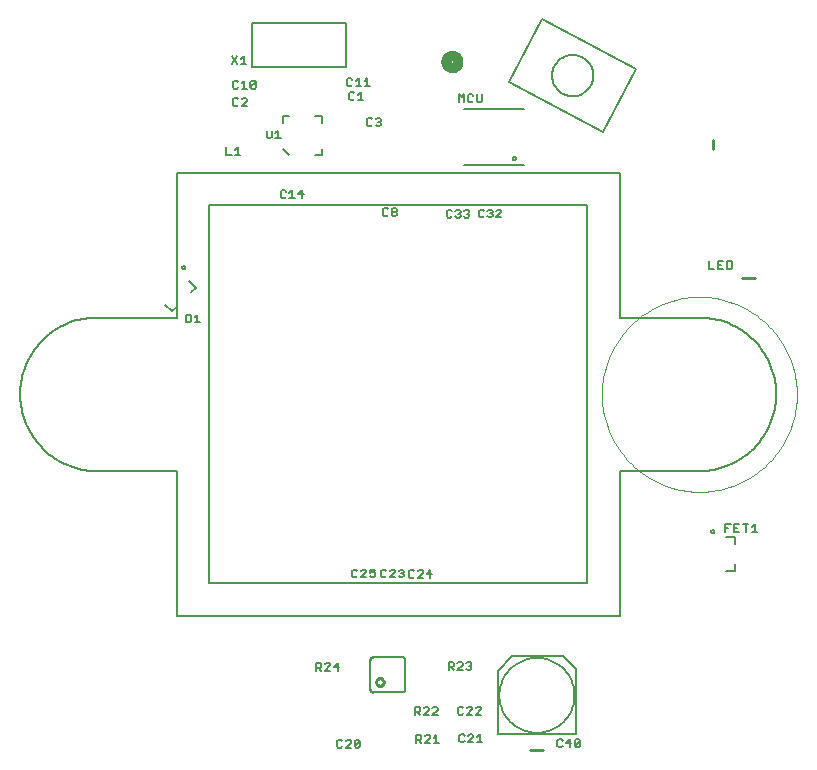
<source format=gto>
G75*
%MOIN*%
%OFA0B0*%
%FSLAX24Y24*%
%IPPOS*%
%LPD*%
%AMOC8*
5,1,8,0,0,1.08239X$1,22.5*
%
%ADD10C,0.0320*%
%ADD11C,0.0100*%
%ADD12C,0.0060*%
%ADD13C,0.0080*%
%ADD14C,0.0039*%
%ADD15C,0.0050*%
%ADD16C,0.0006*%
D10*
X015570Y025036D02*
X015572Y025063D01*
X015578Y025090D01*
X015587Y025116D01*
X015600Y025140D01*
X015616Y025163D01*
X015635Y025182D01*
X015657Y025199D01*
X015681Y025213D01*
X015706Y025223D01*
X015733Y025230D01*
X015760Y025233D01*
X015788Y025232D01*
X015815Y025227D01*
X015841Y025219D01*
X015865Y025207D01*
X015888Y025191D01*
X015909Y025173D01*
X015926Y025152D01*
X015941Y025128D01*
X015952Y025103D01*
X015960Y025077D01*
X015964Y025050D01*
X015964Y025022D01*
X015960Y024995D01*
X015952Y024969D01*
X015941Y024944D01*
X015926Y024920D01*
X015909Y024899D01*
X015888Y024881D01*
X015866Y024865D01*
X015841Y024853D01*
X015815Y024845D01*
X015788Y024840D01*
X015760Y024839D01*
X015733Y024842D01*
X015706Y024849D01*
X015681Y024859D01*
X015657Y024873D01*
X015635Y024890D01*
X015616Y024909D01*
X015600Y024932D01*
X015587Y024956D01*
X015578Y024982D01*
X015572Y025009D01*
X015570Y025036D01*
D11*
X024442Y022424D02*
X024442Y022153D01*
X025426Y017847D02*
X025869Y017847D01*
X013221Y004368D02*
X013223Y004390D01*
X013229Y004412D01*
X013238Y004432D01*
X013251Y004450D01*
X013267Y004466D01*
X013285Y004479D01*
X013305Y004488D01*
X013327Y004494D01*
X013349Y004496D01*
X013371Y004494D01*
X013393Y004488D01*
X013413Y004479D01*
X013431Y004466D01*
X013447Y004450D01*
X013460Y004432D01*
X013469Y004412D01*
X013475Y004390D01*
X013477Y004368D01*
X013475Y004346D01*
X013469Y004324D01*
X013460Y004304D01*
X013447Y004286D01*
X013431Y004270D01*
X013413Y004257D01*
X013393Y004248D01*
X013371Y004242D01*
X013349Y004240D01*
X013327Y004242D01*
X013305Y004248D01*
X013285Y004257D01*
X013267Y004270D01*
X013251Y004286D01*
X013238Y004304D01*
X013229Y004324D01*
X013223Y004346D01*
X013221Y004368D01*
X018339Y002099D02*
X018782Y002099D01*
D12*
X019265Y002240D02*
X019308Y002196D01*
X019395Y002196D01*
X019439Y002240D01*
X019560Y002326D02*
X019733Y002326D01*
X019690Y002196D02*
X019690Y002456D01*
X019560Y002326D01*
X019439Y002413D02*
X019395Y002456D01*
X019308Y002456D01*
X019265Y002413D01*
X019265Y002240D01*
X019854Y002240D02*
X019898Y002196D01*
X019985Y002196D01*
X020028Y002240D01*
X020028Y002413D01*
X019854Y002240D01*
X019854Y002413D01*
X019898Y002456D01*
X019985Y002456D01*
X020028Y002413D01*
X016765Y002363D02*
X016592Y002363D01*
X016678Y002363D02*
X016678Y002623D01*
X016592Y002536D01*
X016470Y002536D02*
X016470Y002580D01*
X016427Y002623D01*
X016340Y002623D01*
X016297Y002580D01*
X016176Y002580D02*
X016132Y002623D01*
X016046Y002623D01*
X016002Y002580D01*
X016002Y002406D01*
X016046Y002363D01*
X016132Y002363D01*
X016176Y002406D01*
X016297Y002363D02*
X016470Y002536D01*
X016470Y002363D02*
X016297Y002363D01*
X015320Y002346D02*
X015146Y002346D01*
X015233Y002346D02*
X015233Y002606D01*
X015146Y002519D01*
X015025Y002519D02*
X015025Y002563D01*
X014982Y002606D01*
X014895Y002606D01*
X014852Y002563D01*
X014730Y002563D02*
X014730Y002476D01*
X014687Y002433D01*
X014557Y002433D01*
X014644Y002433D02*
X014730Y002346D01*
X014852Y002346D02*
X015025Y002519D01*
X015025Y002346D02*
X014852Y002346D01*
X014730Y002563D02*
X014687Y002606D01*
X014557Y002606D01*
X014557Y002346D01*
X014510Y003272D02*
X014510Y003532D01*
X014640Y003532D01*
X014684Y003489D01*
X014684Y003402D01*
X014640Y003359D01*
X014510Y003359D01*
X014597Y003359D02*
X014684Y003272D01*
X014805Y003272D02*
X014978Y003445D01*
X014978Y003489D01*
X014935Y003532D01*
X014848Y003532D01*
X014805Y003489D01*
X014805Y003272D02*
X014978Y003272D01*
X015100Y003272D02*
X015273Y003445D01*
X015273Y003489D01*
X015230Y003532D01*
X015143Y003532D01*
X015100Y003489D01*
X015100Y003272D02*
X015273Y003272D01*
X015959Y003326D02*
X015959Y003500D01*
X016002Y003543D01*
X016089Y003543D01*
X016132Y003500D01*
X016253Y003500D02*
X016297Y003543D01*
X016383Y003543D01*
X016427Y003500D01*
X016427Y003456D01*
X016253Y003283D01*
X016427Y003283D01*
X016548Y003283D02*
X016721Y003456D01*
X016721Y003500D01*
X016678Y003543D01*
X016591Y003543D01*
X016548Y003500D01*
X016548Y003283D02*
X016721Y003283D01*
X016132Y003326D02*
X016089Y003283D01*
X016002Y003283D01*
X015959Y003326D01*
X014188Y004135D02*
X014188Y005108D01*
X014187Y005108D02*
X014186Y005125D01*
X014181Y005142D01*
X014174Y005157D01*
X014164Y005171D01*
X014152Y005183D01*
X014138Y005193D01*
X014123Y005200D01*
X014106Y005205D01*
X014089Y005206D01*
X014093Y005206D02*
X013125Y005206D01*
X013023Y005108D02*
X013023Y004139D01*
X013125Y004037D02*
X014093Y004037D01*
X014089Y004037D02*
X014106Y004038D01*
X014123Y004043D01*
X014138Y004050D01*
X014152Y004060D01*
X014164Y004072D01*
X014174Y004086D01*
X014181Y004101D01*
X014186Y004118D01*
X014187Y004135D01*
X015640Y004777D02*
X015640Y005037D01*
X015770Y005037D01*
X015814Y004994D01*
X015814Y004907D01*
X015770Y004864D01*
X015640Y004864D01*
X015727Y004864D02*
X015814Y004777D01*
X015935Y004777D02*
X016108Y004950D01*
X016108Y004994D01*
X016065Y005037D01*
X015978Y005037D01*
X015935Y004994D01*
X015935Y004777D02*
X016108Y004777D01*
X016229Y004820D02*
X016273Y004777D01*
X016359Y004777D01*
X016403Y004820D01*
X016403Y004864D01*
X016359Y004907D01*
X016316Y004907D01*
X016359Y004907D02*
X016403Y004950D01*
X016403Y004994D01*
X016359Y005037D01*
X016273Y005037D01*
X016229Y004994D01*
X012679Y002397D02*
X012506Y002223D01*
X012549Y002180D01*
X012636Y002180D01*
X012679Y002223D01*
X012679Y002397D01*
X012636Y002440D01*
X012549Y002440D01*
X012506Y002397D01*
X012506Y002223D01*
X012385Y002180D02*
X012211Y002180D01*
X012385Y002353D01*
X012385Y002397D01*
X012341Y002440D01*
X012255Y002440D01*
X012211Y002397D01*
X012090Y002397D02*
X012047Y002440D01*
X011960Y002440D01*
X011917Y002397D01*
X011917Y002223D01*
X011960Y002180D01*
X012047Y002180D01*
X012090Y002223D01*
X012470Y007859D02*
X012557Y007859D01*
X012601Y007902D01*
X012722Y007859D02*
X012895Y008032D01*
X012895Y008075D01*
X012852Y008119D01*
X012765Y008119D01*
X012722Y008075D01*
X012601Y008075D02*
X012557Y008119D01*
X012470Y008119D01*
X012427Y008075D01*
X012427Y007902D01*
X012470Y007859D01*
X012722Y007859D02*
X012895Y007859D01*
X013016Y007902D02*
X013060Y007859D01*
X013146Y007859D01*
X013190Y007902D01*
X013190Y007989D01*
X013146Y008032D01*
X013103Y008032D01*
X013016Y007989D01*
X013016Y008119D01*
X013190Y008119D01*
X013385Y008075D02*
X013385Y007902D01*
X013428Y007858D01*
X013515Y007858D01*
X013558Y007902D01*
X013679Y007858D02*
X013853Y008032D01*
X013853Y008075D01*
X013809Y008119D01*
X013723Y008119D01*
X013679Y008075D01*
X013558Y008075D02*
X013515Y008119D01*
X013428Y008119D01*
X013385Y008075D01*
X013679Y007858D02*
X013853Y007858D01*
X013974Y007902D02*
X014017Y007858D01*
X014104Y007858D01*
X014147Y007902D01*
X014147Y007945D01*
X014104Y007989D01*
X014061Y007989D01*
X014104Y007989D02*
X014147Y008032D01*
X014147Y008075D01*
X014104Y008119D01*
X014017Y008119D01*
X013974Y008075D01*
X014317Y008058D02*
X014360Y008101D01*
X014447Y008101D01*
X014490Y008058D01*
X014611Y008058D02*
X014655Y008101D01*
X014742Y008101D01*
X014785Y008058D01*
X014785Y008014D01*
X014611Y007841D01*
X014785Y007841D01*
X014906Y007971D02*
X015036Y008101D01*
X015036Y007841D01*
X015080Y007971D02*
X014906Y007971D01*
X014490Y007884D02*
X014447Y007841D01*
X014360Y007841D01*
X014317Y007884D01*
X014317Y008058D01*
X024884Y008085D02*
X025204Y008085D01*
X025204Y008305D01*
X025204Y008985D02*
X025204Y009205D01*
X024884Y009205D01*
X024868Y009379D02*
X024868Y009640D01*
X025041Y009640D01*
X025162Y009640D02*
X025162Y009379D01*
X025336Y009379D01*
X025249Y009509D02*
X025162Y009509D01*
X025162Y009640D02*
X025336Y009640D01*
X025457Y009640D02*
X025631Y009640D01*
X025544Y009640D02*
X025544Y009379D01*
X025752Y009379D02*
X025925Y009379D01*
X025839Y009379D02*
X025839Y009640D01*
X025752Y009553D01*
X024955Y009509D02*
X024868Y009509D01*
X024916Y018143D02*
X025046Y018143D01*
X025090Y018186D01*
X025090Y018360D01*
X025046Y018403D01*
X024916Y018403D01*
X024916Y018143D01*
X024795Y018143D02*
X024622Y018143D01*
X024622Y018403D01*
X024795Y018403D01*
X024708Y018273D02*
X024622Y018273D01*
X024501Y018143D02*
X024327Y018143D01*
X024327Y018403D01*
X018149Y021602D02*
X016139Y021602D01*
X016204Y020111D02*
X016290Y020111D01*
X016334Y020068D01*
X016334Y020024D01*
X016290Y019981D01*
X016334Y019938D01*
X016334Y019894D01*
X016290Y019851D01*
X016204Y019851D01*
X016160Y019894D01*
X016039Y019894D02*
X015996Y019851D01*
X015909Y019851D01*
X015866Y019894D01*
X015744Y019894D02*
X015701Y019851D01*
X015614Y019851D01*
X015571Y019894D01*
X015571Y020068D01*
X015614Y020111D01*
X015701Y020111D01*
X015744Y020068D01*
X015866Y020068D02*
X015909Y020111D01*
X015996Y020111D01*
X016039Y020068D01*
X016039Y020024D01*
X015996Y019981D01*
X016039Y019938D01*
X016039Y019894D01*
X015996Y019981D02*
X015952Y019981D01*
X016160Y020068D02*
X016204Y020111D01*
X016247Y019981D02*
X016290Y019981D01*
X016641Y019903D02*
X016684Y019860D01*
X016771Y019860D01*
X016815Y019903D01*
X016936Y019903D02*
X016979Y019860D01*
X017066Y019860D01*
X017109Y019903D01*
X017109Y019946D01*
X017066Y019990D01*
X017022Y019990D01*
X017066Y019990D02*
X017109Y020033D01*
X017109Y020076D01*
X017066Y020120D01*
X016979Y020120D01*
X016936Y020076D01*
X016815Y020076D02*
X016771Y020120D01*
X016684Y020120D01*
X016641Y020076D01*
X016641Y019903D01*
X017230Y019860D02*
X017404Y020033D01*
X017404Y020076D01*
X017361Y020120D01*
X017274Y020120D01*
X017230Y020076D01*
X017230Y019860D02*
X017404Y019860D01*
X013912Y019952D02*
X013869Y019909D01*
X013782Y019909D01*
X013739Y019952D01*
X013739Y019996D01*
X013782Y020039D01*
X013869Y020039D01*
X013912Y019996D01*
X013912Y019952D01*
X013869Y020039D02*
X013912Y020082D01*
X013912Y020126D01*
X013869Y020169D01*
X013782Y020169D01*
X013739Y020126D01*
X013739Y020082D01*
X013782Y020039D01*
X013618Y020126D02*
X013574Y020169D01*
X013488Y020169D01*
X013444Y020126D01*
X013444Y019952D01*
X013488Y019909D01*
X013574Y019909D01*
X013618Y019952D01*
X010040Y022493D02*
X009867Y022493D01*
X009954Y022493D02*
X009954Y022754D01*
X009867Y022667D01*
X009746Y022754D02*
X009746Y022537D01*
X009702Y022493D01*
X009616Y022493D01*
X009572Y022537D01*
X009572Y022754D01*
X008912Y023576D02*
X008739Y023576D01*
X008912Y023750D01*
X008912Y023793D01*
X008869Y023836D01*
X008782Y023836D01*
X008739Y023793D01*
X008618Y023793D02*
X008574Y023836D01*
X008488Y023836D01*
X008444Y023793D01*
X008444Y023620D01*
X008488Y023576D01*
X008574Y023576D01*
X008618Y023620D01*
X008602Y024964D02*
X008429Y025224D01*
X008602Y025224D02*
X008429Y024964D01*
X008723Y024964D02*
X008897Y024964D01*
X008810Y024964D02*
X008810Y025224D01*
X008723Y025137D01*
X012259Y024452D02*
X012259Y024279D01*
X012303Y024236D01*
X012389Y024236D01*
X012433Y024279D01*
X012554Y024236D02*
X012727Y024236D01*
X012641Y024236D02*
X012641Y024496D01*
X012554Y024409D01*
X012433Y024452D02*
X012389Y024496D01*
X012303Y024496D01*
X012259Y024452D01*
X012371Y024035D02*
X012328Y023992D01*
X012328Y023818D01*
X012371Y023775D01*
X012458Y023775D01*
X012502Y023818D01*
X012623Y023775D02*
X012796Y023775D01*
X012710Y023775D02*
X012710Y024035D01*
X012623Y023948D01*
X012502Y023992D02*
X012458Y024035D01*
X012371Y024035D01*
X012849Y024236D02*
X013022Y024236D01*
X012935Y024236D02*
X012935Y024496D01*
X012849Y024409D01*
X012954Y023165D02*
X012911Y023122D01*
X012911Y022948D01*
X012954Y022905D01*
X013041Y022905D01*
X013084Y022948D01*
X013205Y022948D02*
X013249Y022905D01*
X013336Y022905D01*
X013379Y022948D01*
X013379Y022992D01*
X013336Y023035D01*
X013292Y023035D01*
X013336Y023035D02*
X013379Y023078D01*
X013379Y023122D01*
X013336Y023165D01*
X013249Y023165D01*
X013205Y023122D01*
X013084Y023122D02*
X013041Y023165D01*
X012954Y023165D01*
X015987Y023704D02*
X015987Y023964D01*
X016074Y023878D01*
X016160Y023964D01*
X016160Y023704D01*
X016281Y023747D02*
X016325Y023704D01*
X016412Y023704D01*
X016455Y023747D01*
X016576Y023747D02*
X016619Y023704D01*
X016706Y023704D01*
X016750Y023747D01*
X016750Y023964D01*
X016576Y023964D02*
X016576Y023747D01*
X016455Y023921D02*
X016412Y023964D01*
X016325Y023964D01*
X016281Y023921D01*
X016281Y023747D01*
X016139Y023462D02*
X018149Y023462D01*
X008701Y021942D02*
X008527Y021942D01*
X008614Y021942D02*
X008614Y022203D01*
X008527Y022116D01*
X008406Y021942D02*
X008233Y021942D01*
X008233Y022203D01*
X006990Y017744D02*
X007217Y017518D01*
X007061Y017363D01*
X006580Y016882D02*
X006425Y016726D01*
X006198Y016952D01*
X006877Y016617D02*
X006877Y016357D01*
X007007Y016357D01*
X007050Y016400D01*
X007050Y016574D01*
X007007Y016617D01*
X006877Y016617D01*
X007172Y016530D02*
X007258Y016617D01*
X007258Y016357D01*
X007172Y016357D02*
X007345Y016357D01*
D13*
X010337Y021932D02*
X010121Y022149D01*
X010121Y023015D02*
X010121Y023231D01*
X010337Y023231D01*
X011204Y023231D02*
X011420Y023231D01*
X011420Y023015D01*
X011420Y022149D02*
X011420Y021932D01*
X011204Y021932D01*
X017772Y021822D02*
X017774Y021837D01*
X017780Y021850D01*
X017789Y021862D01*
X017800Y021871D01*
X017814Y021877D01*
X017829Y021879D01*
X017844Y021877D01*
X017857Y021871D01*
X017869Y021862D01*
X017878Y021851D01*
X017884Y021837D01*
X017886Y021822D01*
X017884Y021807D01*
X017878Y021794D01*
X017869Y021782D01*
X017858Y021773D01*
X017844Y021767D01*
X017829Y021765D01*
X017814Y021767D01*
X017801Y021773D01*
X017789Y021782D01*
X017780Y021793D01*
X017774Y021807D01*
X017772Y021822D01*
D14*
X020751Y013960D02*
X020753Y014073D01*
X020759Y014187D01*
X020769Y014300D01*
X020783Y014412D01*
X020800Y014524D01*
X020822Y014635D01*
X020847Y014746D01*
X020877Y014855D01*
X020910Y014964D01*
X020947Y015071D01*
X020988Y015177D01*
X021032Y015281D01*
X021080Y015384D01*
X021131Y015485D01*
X021186Y015584D01*
X021245Y015681D01*
X021306Y015776D01*
X021371Y015869D01*
X021440Y015960D01*
X021511Y016048D01*
X021585Y016133D01*
X021663Y016216D01*
X021743Y016296D01*
X021826Y016374D01*
X021911Y016448D01*
X021999Y016519D01*
X022090Y016588D01*
X022183Y016653D01*
X022278Y016714D01*
X022375Y016773D01*
X022474Y016828D01*
X022575Y016879D01*
X022678Y016927D01*
X022782Y016971D01*
X022888Y017012D01*
X022995Y017049D01*
X023104Y017082D01*
X023213Y017112D01*
X023324Y017137D01*
X023435Y017159D01*
X023547Y017176D01*
X023659Y017190D01*
X023772Y017200D01*
X023886Y017206D01*
X023999Y017208D01*
X024112Y017206D01*
X024226Y017200D01*
X024339Y017190D01*
X024451Y017176D01*
X024563Y017159D01*
X024674Y017137D01*
X024785Y017112D01*
X024894Y017082D01*
X025003Y017049D01*
X025110Y017012D01*
X025216Y016971D01*
X025320Y016927D01*
X025423Y016879D01*
X025524Y016828D01*
X025623Y016773D01*
X025720Y016714D01*
X025815Y016653D01*
X025908Y016588D01*
X025999Y016519D01*
X026087Y016448D01*
X026172Y016374D01*
X026255Y016296D01*
X026335Y016216D01*
X026413Y016133D01*
X026487Y016048D01*
X026558Y015960D01*
X026627Y015869D01*
X026692Y015776D01*
X026753Y015681D01*
X026812Y015584D01*
X026867Y015485D01*
X026918Y015384D01*
X026966Y015281D01*
X027010Y015177D01*
X027051Y015071D01*
X027088Y014964D01*
X027121Y014855D01*
X027151Y014746D01*
X027176Y014635D01*
X027198Y014524D01*
X027215Y014412D01*
X027229Y014300D01*
X027239Y014187D01*
X027245Y014073D01*
X027247Y013960D01*
X027245Y013847D01*
X027239Y013733D01*
X027229Y013620D01*
X027215Y013508D01*
X027198Y013396D01*
X027176Y013285D01*
X027151Y013174D01*
X027121Y013065D01*
X027088Y012956D01*
X027051Y012849D01*
X027010Y012743D01*
X026966Y012639D01*
X026918Y012536D01*
X026867Y012435D01*
X026812Y012336D01*
X026753Y012239D01*
X026692Y012144D01*
X026627Y012051D01*
X026558Y011960D01*
X026487Y011872D01*
X026413Y011787D01*
X026335Y011704D01*
X026255Y011624D01*
X026172Y011546D01*
X026087Y011472D01*
X025999Y011401D01*
X025908Y011332D01*
X025815Y011267D01*
X025720Y011206D01*
X025623Y011147D01*
X025524Y011092D01*
X025423Y011041D01*
X025320Y010993D01*
X025216Y010949D01*
X025110Y010908D01*
X025003Y010871D01*
X024894Y010838D01*
X024785Y010808D01*
X024674Y010783D01*
X024563Y010761D01*
X024451Y010744D01*
X024339Y010730D01*
X024226Y010720D01*
X024112Y010714D01*
X023999Y010712D01*
X023886Y010714D01*
X023772Y010720D01*
X023659Y010730D01*
X023547Y010744D01*
X023435Y010761D01*
X023324Y010783D01*
X023213Y010808D01*
X023104Y010838D01*
X022995Y010871D01*
X022888Y010908D01*
X022782Y010949D01*
X022678Y010993D01*
X022575Y011041D01*
X022474Y011092D01*
X022375Y011147D01*
X022278Y011206D01*
X022183Y011267D01*
X022090Y011332D01*
X021999Y011401D01*
X021911Y011472D01*
X021826Y011546D01*
X021743Y011624D01*
X021663Y011704D01*
X021585Y011787D01*
X021511Y011872D01*
X021440Y011960D01*
X021371Y012051D01*
X021306Y012144D01*
X021245Y012239D01*
X021186Y012336D01*
X021131Y012435D01*
X021080Y012536D01*
X021032Y012639D01*
X020988Y012743D01*
X020947Y012849D01*
X020910Y012956D01*
X020877Y013065D01*
X020847Y013174D01*
X020822Y013285D01*
X020800Y013396D01*
X020783Y013508D01*
X020769Y013620D01*
X020759Y013733D01*
X020753Y013847D01*
X020751Y013960D01*
D15*
X006578Y011400D02*
X006578Y006578D01*
X021341Y006578D01*
X021341Y011400D01*
X023999Y011400D01*
X024394Y009395D02*
X024396Y009408D01*
X024401Y009421D01*
X024410Y009432D01*
X024421Y009439D01*
X024434Y009444D01*
X024447Y009445D01*
X024461Y009442D01*
X024473Y009436D01*
X024483Y009427D01*
X024490Y009415D01*
X024494Y009402D01*
X024494Y009388D01*
X024490Y009375D01*
X024483Y009363D01*
X024473Y009354D01*
X024461Y009348D01*
X024447Y009345D01*
X024434Y009346D01*
X024421Y009351D01*
X024410Y009358D01*
X024401Y009369D01*
X024396Y009382D01*
X024394Y009395D01*
X020260Y007660D02*
X020260Y020260D01*
X007660Y020260D01*
X007660Y007660D01*
X020260Y007660D01*
X019452Y005223D02*
X017759Y005223D01*
X017286Y004751D01*
X017286Y002625D01*
X019885Y002625D01*
X019885Y004790D01*
X019452Y005223D01*
X017335Y003924D02*
X017337Y003994D01*
X017343Y004064D01*
X017353Y004134D01*
X017366Y004202D01*
X017384Y004270D01*
X017405Y004337D01*
X017430Y004403D01*
X017459Y004467D01*
X017491Y004529D01*
X017527Y004590D01*
X017566Y004648D01*
X017608Y004704D01*
X017653Y004758D01*
X017701Y004809D01*
X017752Y004857D01*
X017806Y004902D01*
X017862Y004944D01*
X017920Y004983D01*
X017981Y005019D01*
X018043Y005051D01*
X018107Y005080D01*
X018173Y005105D01*
X018240Y005126D01*
X018308Y005144D01*
X018376Y005157D01*
X018446Y005167D01*
X018516Y005173D01*
X018586Y005175D01*
X018656Y005173D01*
X018726Y005167D01*
X018796Y005157D01*
X018864Y005144D01*
X018932Y005126D01*
X018999Y005105D01*
X019065Y005080D01*
X019129Y005051D01*
X019191Y005019D01*
X019252Y004983D01*
X019310Y004944D01*
X019366Y004902D01*
X019420Y004857D01*
X019471Y004809D01*
X019519Y004758D01*
X019564Y004704D01*
X019606Y004648D01*
X019645Y004590D01*
X019681Y004529D01*
X019713Y004467D01*
X019742Y004403D01*
X019767Y004337D01*
X019788Y004270D01*
X019806Y004202D01*
X019819Y004134D01*
X019829Y004064D01*
X019835Y003994D01*
X019837Y003924D01*
X019835Y003854D01*
X019829Y003784D01*
X019819Y003714D01*
X019806Y003646D01*
X019788Y003578D01*
X019767Y003511D01*
X019742Y003445D01*
X019713Y003381D01*
X019681Y003319D01*
X019645Y003258D01*
X019606Y003200D01*
X019564Y003144D01*
X019519Y003090D01*
X019471Y003039D01*
X019420Y002991D01*
X019366Y002946D01*
X019310Y002904D01*
X019252Y002865D01*
X019191Y002829D01*
X019129Y002797D01*
X019065Y002768D01*
X018999Y002743D01*
X018932Y002722D01*
X018864Y002704D01*
X018796Y002691D01*
X018726Y002681D01*
X018656Y002675D01*
X018586Y002673D01*
X018516Y002675D01*
X018446Y002681D01*
X018376Y002691D01*
X018308Y002704D01*
X018240Y002722D01*
X018173Y002743D01*
X018107Y002768D01*
X018043Y002797D01*
X017981Y002829D01*
X017920Y002865D01*
X017862Y002904D01*
X017806Y002946D01*
X017752Y002991D01*
X017701Y003039D01*
X017653Y003090D01*
X017608Y003144D01*
X017566Y003200D01*
X017527Y003258D01*
X017491Y003319D01*
X017459Y003381D01*
X017430Y003445D01*
X017405Y003511D01*
X017384Y003578D01*
X017366Y003646D01*
X017353Y003714D01*
X017343Y003784D01*
X017337Y003854D01*
X017335Y003924D01*
X011993Y004883D02*
X011813Y004883D01*
X011948Y005019D01*
X011948Y004748D01*
X011699Y004748D02*
X011519Y004748D01*
X011699Y004928D01*
X011699Y004973D01*
X011654Y005019D01*
X011564Y005019D01*
X011519Y004973D01*
X011404Y004973D02*
X011404Y004883D01*
X011359Y004838D01*
X011224Y004838D01*
X011224Y004748D02*
X011224Y005019D01*
X011359Y005019D01*
X011404Y004973D01*
X011314Y004838D02*
X011404Y004748D01*
X006578Y011400D02*
X003920Y011400D01*
X003920Y011401D02*
X003820Y011403D01*
X003719Y011409D01*
X003619Y011419D01*
X003520Y011433D01*
X003421Y011450D01*
X003323Y011472D01*
X003225Y011497D01*
X003129Y011526D01*
X003034Y011559D01*
X002941Y011596D01*
X002849Y011636D01*
X002758Y011680D01*
X002670Y011727D01*
X002583Y011778D01*
X002498Y011832D01*
X002416Y011890D01*
X002336Y011950D01*
X002258Y012014D01*
X002183Y012081D01*
X002111Y012151D01*
X002041Y012223D01*
X001974Y012298D01*
X001910Y012376D01*
X001850Y012456D01*
X001792Y012538D01*
X001738Y012623D01*
X001687Y012710D01*
X001640Y012798D01*
X001596Y012889D01*
X001556Y012981D01*
X001519Y013074D01*
X001486Y013169D01*
X001457Y013265D01*
X001432Y013363D01*
X001410Y013461D01*
X001393Y013560D01*
X001379Y013659D01*
X001369Y013759D01*
X001363Y013860D01*
X001361Y013960D01*
X001363Y014060D01*
X001369Y014161D01*
X001379Y014261D01*
X001393Y014360D01*
X001410Y014459D01*
X001432Y014557D01*
X001457Y014655D01*
X001486Y014751D01*
X001519Y014846D01*
X001556Y014939D01*
X001596Y015031D01*
X001640Y015122D01*
X001687Y015210D01*
X001738Y015297D01*
X001792Y015382D01*
X001850Y015464D01*
X001910Y015544D01*
X001974Y015622D01*
X002041Y015697D01*
X002111Y015769D01*
X002183Y015839D01*
X002258Y015906D01*
X002336Y015970D01*
X002416Y016030D01*
X002498Y016088D01*
X002583Y016142D01*
X002670Y016193D01*
X002758Y016240D01*
X002849Y016284D01*
X002941Y016324D01*
X003034Y016361D01*
X003129Y016394D01*
X003225Y016423D01*
X003323Y016448D01*
X003421Y016470D01*
X003520Y016487D01*
X003619Y016501D01*
X003719Y016511D01*
X003820Y016517D01*
X003920Y016519D01*
X006578Y016519D01*
X006578Y021341D01*
X021341Y021341D01*
X021341Y016519D01*
X023999Y016519D01*
X024099Y016517D01*
X024200Y016511D01*
X024300Y016501D01*
X024399Y016487D01*
X024498Y016470D01*
X024596Y016448D01*
X024694Y016423D01*
X024790Y016394D01*
X024885Y016361D01*
X024978Y016324D01*
X025070Y016284D01*
X025161Y016240D01*
X025249Y016193D01*
X025336Y016142D01*
X025421Y016088D01*
X025503Y016030D01*
X025583Y015970D01*
X025661Y015906D01*
X025736Y015839D01*
X025808Y015769D01*
X025878Y015697D01*
X025945Y015622D01*
X026009Y015544D01*
X026069Y015464D01*
X026127Y015382D01*
X026181Y015297D01*
X026232Y015210D01*
X026279Y015122D01*
X026323Y015031D01*
X026363Y014939D01*
X026400Y014846D01*
X026433Y014751D01*
X026462Y014655D01*
X026487Y014557D01*
X026509Y014459D01*
X026526Y014360D01*
X026540Y014261D01*
X026550Y014161D01*
X026556Y014060D01*
X026558Y013960D01*
X026556Y013860D01*
X026550Y013759D01*
X026540Y013659D01*
X026526Y013560D01*
X026509Y013461D01*
X026487Y013363D01*
X026462Y013265D01*
X026433Y013169D01*
X026400Y013074D01*
X026363Y012981D01*
X026323Y012889D01*
X026279Y012798D01*
X026232Y012710D01*
X026181Y012623D01*
X026127Y012538D01*
X026069Y012456D01*
X026009Y012376D01*
X025945Y012298D01*
X025878Y012223D01*
X025808Y012151D01*
X025736Y012081D01*
X025661Y012014D01*
X025583Y011950D01*
X025503Y011890D01*
X025421Y011832D01*
X025336Y011778D01*
X025249Y011727D01*
X025161Y011680D01*
X025070Y011636D01*
X024978Y011596D01*
X024885Y011559D01*
X024790Y011526D01*
X024694Y011497D01*
X024596Y011472D01*
X024498Y011450D01*
X024399Y011433D01*
X024300Y011419D01*
X024200Y011409D01*
X024099Y011403D01*
X023999Y011401D01*
X010762Y020494D02*
X010762Y020765D01*
X010627Y020629D01*
X010807Y020629D01*
X010512Y020494D02*
X010332Y020494D01*
X010422Y020494D02*
X010422Y020765D01*
X010332Y020675D01*
X010218Y020720D02*
X010173Y020765D01*
X010083Y020765D01*
X010038Y020720D01*
X010038Y020539D01*
X010083Y020494D01*
X010173Y020494D01*
X010218Y020539D01*
X006763Y018190D02*
X006765Y018203D01*
X006770Y018216D01*
X006779Y018227D01*
X006790Y018234D01*
X006803Y018239D01*
X006816Y018240D01*
X006830Y018237D01*
X006842Y018231D01*
X006852Y018222D01*
X006859Y018210D01*
X006863Y018197D01*
X006863Y018183D01*
X006859Y018170D01*
X006852Y018158D01*
X006842Y018149D01*
X006830Y018143D01*
X006816Y018140D01*
X006803Y018141D01*
X006790Y018146D01*
X006779Y018153D01*
X006770Y018164D01*
X006765Y018177D01*
X006763Y018190D01*
X008492Y024148D02*
X008582Y024148D01*
X008627Y024193D01*
X008742Y024148D02*
X008922Y024148D01*
X008832Y024148D02*
X008832Y024418D01*
X008742Y024328D01*
X008627Y024373D02*
X008582Y024418D01*
X008492Y024418D01*
X008447Y024373D01*
X008447Y024193D01*
X008492Y024148D01*
X009036Y024193D02*
X009036Y024373D01*
X009081Y024418D01*
X009172Y024418D01*
X009217Y024373D01*
X009036Y024193D01*
X009081Y024148D01*
X009172Y024148D01*
X009217Y024193D01*
X009217Y024373D01*
X009078Y024857D02*
X012227Y024857D01*
X012227Y026353D01*
X009078Y026353D01*
X009078Y024857D01*
X017658Y024373D02*
X018767Y026459D01*
X021895Y024796D01*
X020786Y022710D01*
X017658Y024373D01*
X019087Y024585D02*
X019089Y024637D01*
X019095Y024689D01*
X019105Y024740D01*
X019118Y024790D01*
X019136Y024840D01*
X019157Y024887D01*
X019181Y024933D01*
X019210Y024977D01*
X019241Y025019D01*
X019275Y025058D01*
X019312Y025095D01*
X019352Y025128D01*
X019395Y025159D01*
X019439Y025186D01*
X019485Y025210D01*
X019534Y025230D01*
X019583Y025246D01*
X019634Y025259D01*
X019685Y025268D01*
X019737Y025273D01*
X019789Y025274D01*
X019841Y025271D01*
X019893Y025264D01*
X019944Y025253D01*
X019994Y025239D01*
X020043Y025220D01*
X020090Y025198D01*
X020135Y025173D01*
X020179Y025144D01*
X020220Y025112D01*
X020259Y025077D01*
X020294Y025039D01*
X020327Y024998D01*
X020357Y024956D01*
X020383Y024911D01*
X020406Y024864D01*
X020425Y024815D01*
X020441Y024765D01*
X020453Y024715D01*
X020461Y024663D01*
X020465Y024611D01*
X020465Y024559D01*
X020461Y024507D01*
X020453Y024455D01*
X020441Y024405D01*
X020425Y024355D01*
X020406Y024306D01*
X020383Y024259D01*
X020357Y024214D01*
X020327Y024172D01*
X020294Y024131D01*
X020259Y024093D01*
X020220Y024058D01*
X020179Y024026D01*
X020135Y023997D01*
X020090Y023972D01*
X020043Y023950D01*
X019994Y023931D01*
X019944Y023917D01*
X019893Y023906D01*
X019841Y023899D01*
X019789Y023896D01*
X019737Y023897D01*
X019685Y023902D01*
X019634Y023911D01*
X019583Y023924D01*
X019534Y023940D01*
X019485Y023960D01*
X019439Y023984D01*
X019395Y024011D01*
X019352Y024042D01*
X019312Y024075D01*
X019275Y024112D01*
X019241Y024151D01*
X019210Y024193D01*
X019181Y024237D01*
X019157Y024283D01*
X019136Y024330D01*
X019118Y024380D01*
X019105Y024430D01*
X019095Y024481D01*
X019089Y024533D01*
X019087Y024585D01*
D16*
X013119Y005232D02*
X013119Y005178D01*
X013118Y005179D02*
X013103Y005177D01*
X013089Y005171D01*
X013076Y005163D01*
X013066Y005153D01*
X013058Y005140D01*
X013052Y005126D01*
X013050Y005111D01*
X012997Y005110D01*
X012996Y005111D01*
X012998Y005132D01*
X013004Y005152D01*
X013013Y005171D01*
X013025Y005189D01*
X013040Y005204D01*
X013058Y005216D01*
X013077Y005225D01*
X013097Y005231D01*
X013118Y005233D01*
X013118Y005228D01*
X013098Y005226D01*
X013078Y005220D01*
X013060Y005211D01*
X013044Y005200D01*
X013029Y005185D01*
X013018Y005169D01*
X013009Y005151D01*
X013003Y005131D01*
X013001Y005111D01*
X013006Y005111D01*
X013008Y005130D01*
X013014Y005149D01*
X013022Y005166D01*
X013033Y005182D01*
X013047Y005196D01*
X013063Y005207D01*
X013080Y005215D01*
X013099Y005221D01*
X013118Y005223D01*
X013118Y005218D01*
X013100Y005216D01*
X013082Y005211D01*
X013065Y005203D01*
X013050Y005192D01*
X013037Y005179D01*
X013026Y005164D01*
X013018Y005147D01*
X013013Y005129D01*
X013011Y005111D01*
X013016Y005111D01*
X013018Y005131D01*
X013025Y005150D01*
X013034Y005167D01*
X013047Y005182D01*
X013062Y005195D01*
X013079Y005204D01*
X013098Y005211D01*
X013118Y005213D01*
X013118Y005208D01*
X013099Y005206D01*
X013081Y005200D01*
X013065Y005191D01*
X013050Y005179D01*
X013038Y005164D01*
X013029Y005148D01*
X013023Y005130D01*
X013021Y005111D01*
X013026Y005111D01*
X013028Y005129D01*
X013034Y005146D01*
X013042Y005161D01*
X013054Y005175D01*
X013068Y005187D01*
X013083Y005195D01*
X013100Y005201D01*
X013118Y005203D01*
X013118Y005198D01*
X013101Y005196D01*
X013085Y005191D01*
X013070Y005182D01*
X013057Y005172D01*
X013047Y005159D01*
X013038Y005144D01*
X013033Y005128D01*
X013031Y005111D01*
X013036Y005111D01*
X013038Y005127D01*
X013043Y005142D01*
X013051Y005156D01*
X013061Y005168D01*
X013073Y005178D01*
X013087Y005186D01*
X013102Y005191D01*
X013118Y005193D01*
X013118Y005188D01*
X013101Y005185D01*
X013085Y005180D01*
X013071Y005170D01*
X013059Y005158D01*
X013049Y005144D01*
X013044Y005128D01*
X013041Y005111D01*
X013046Y005111D01*
X013048Y005127D01*
X013054Y005142D01*
X013063Y005155D01*
X013074Y005166D01*
X013087Y005175D01*
X013102Y005181D01*
X013118Y005183D01*
X012997Y004133D02*
X013051Y004133D01*
X013050Y004132D02*
X013052Y004117D01*
X013058Y004103D01*
X013066Y004090D01*
X013076Y004080D01*
X013089Y004072D01*
X013103Y004066D01*
X013118Y004064D01*
X013119Y004011D01*
X013118Y004010D01*
X013097Y004012D01*
X013077Y004018D01*
X013058Y004027D01*
X013040Y004039D01*
X013025Y004054D01*
X013013Y004072D01*
X013004Y004091D01*
X012998Y004111D01*
X012996Y004132D01*
X013001Y004132D01*
X013003Y004112D01*
X013009Y004092D01*
X013018Y004074D01*
X013029Y004058D01*
X013044Y004043D01*
X013060Y004032D01*
X013078Y004023D01*
X013098Y004017D01*
X013118Y004015D01*
X013118Y004020D01*
X013099Y004022D01*
X013080Y004028D01*
X013063Y004036D01*
X013047Y004047D01*
X013033Y004061D01*
X013022Y004077D01*
X013014Y004094D01*
X013008Y004113D01*
X013006Y004132D01*
X013011Y004132D01*
X013013Y004114D01*
X013018Y004096D01*
X013026Y004079D01*
X013037Y004064D01*
X013050Y004051D01*
X013065Y004040D01*
X013082Y004032D01*
X013100Y004027D01*
X013118Y004025D01*
X013118Y004030D01*
X013098Y004032D01*
X013079Y004039D01*
X013062Y004048D01*
X013047Y004061D01*
X013034Y004076D01*
X013025Y004093D01*
X013018Y004112D01*
X013016Y004132D01*
X013021Y004132D01*
X013023Y004113D01*
X013029Y004095D01*
X013038Y004079D01*
X013050Y004064D01*
X013065Y004052D01*
X013081Y004043D01*
X013099Y004037D01*
X013118Y004035D01*
X013118Y004040D01*
X013100Y004042D01*
X013083Y004048D01*
X013068Y004056D01*
X013054Y004068D01*
X013042Y004082D01*
X013034Y004097D01*
X013028Y004114D01*
X013026Y004132D01*
X013031Y004132D01*
X013033Y004115D01*
X013038Y004099D01*
X013047Y004084D01*
X013057Y004071D01*
X013070Y004061D01*
X013085Y004052D01*
X013101Y004047D01*
X013118Y004045D01*
X013118Y004050D01*
X013102Y004052D01*
X013087Y004057D01*
X013073Y004065D01*
X013061Y004075D01*
X013051Y004087D01*
X013043Y004101D01*
X013038Y004116D01*
X013036Y004132D01*
X013041Y004132D01*
X013044Y004115D01*
X013049Y004099D01*
X013059Y004085D01*
X013071Y004073D01*
X013085Y004063D01*
X013101Y004058D01*
X013118Y004055D01*
X013118Y004060D01*
X013102Y004062D01*
X013087Y004068D01*
X013074Y004077D01*
X013063Y004088D01*
X013054Y004101D01*
X013048Y004116D01*
X013046Y004132D01*
M02*

</source>
